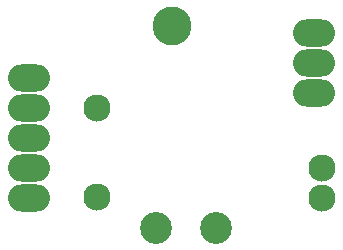
<source format=gbr>
%TF.GenerationSoftware,KiCad,Pcbnew,(5.1.6)-1*%
%TF.CreationDate,2024-12-09T13:12:19-05:00*%
%TF.ProjectId,connector_pcb,636f6e6e-6563-4746-9f72-5f7063622e6b,rev?*%
%TF.SameCoordinates,PX1bdb590PY2e063a0*%
%TF.FileFunction,Soldermask,Bot*%
%TF.FilePolarity,Negative*%
%FSLAX46Y46*%
G04 Gerber Fmt 4.6, Leading zero omitted, Abs format (unit mm)*
G04 Created by KiCad (PCBNEW (5.1.6)-1) date 2024-12-09 13:12:19*
%MOMM*%
%LPD*%
G01*
G04 APERTURE LIST*
%ADD10C,3.300000*%
%ADD11O,3.570000X2.300000*%
%ADD12C,2.700000*%
%ADD13C,2.300000*%
G04 APERTURE END LIST*
D10*
%TO.C,REF\u002A\u002A*%
X15240000Y20960000D03*
%TD*%
D11*
%TO.C,J1*%
X3175000Y6350000D03*
X3175000Y8890000D03*
X3175000Y11430000D03*
X3175000Y13970000D03*
X3175000Y16510000D03*
%TD*%
D12*
%TO.C,J2*%
X13890000Y3810000D03*
X18970000Y3810000D03*
%TD*%
D13*
%TO.C,J3*%
X27940000Y6350000D03*
X27940000Y8890000D03*
%TD*%
D11*
%TO.C,J4*%
X27255000Y15240000D03*
X27255000Y17780000D03*
X27255000Y20320000D03*
%TD*%
D13*
X8890000Y13970000D03*
X8950001Y6410001D03*
M02*

</source>
